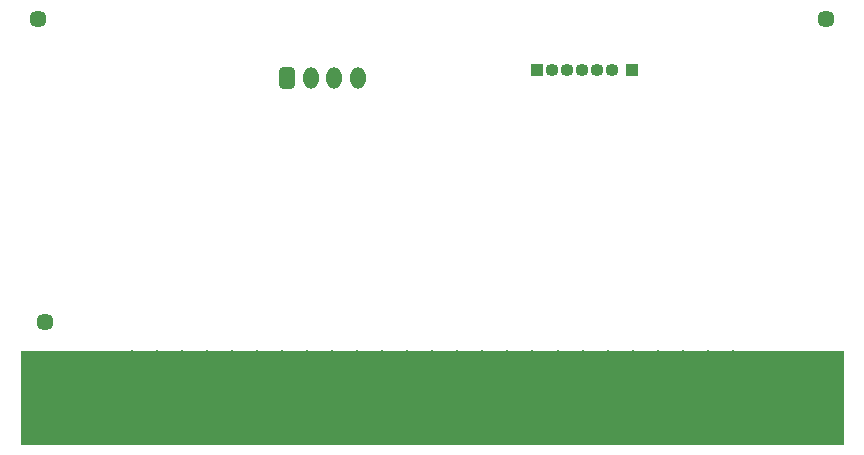
<source format=gbr>
%TF.GenerationSoftware,KiCad,Pcbnew,(6.99.0-5157-g987eb4b46a-dirty)*%
%TF.CreationDate,2022-12-28T16:32:46-05:00*%
%TF.ProjectId,controller,636f6e74-726f-46c6-9c65-722e6b696361,rev?*%
%TF.SameCoordinates,PX3cfccb0PYa197300*%
%TF.FileFunction,Soldermask,Bot*%
%TF.FilePolarity,Negative*%
%FSLAX46Y46*%
G04 Gerber Fmt 4.6, Leading zero omitted, Abs format (unit mm)*
G04 Created by KiCad (PCBNEW (6.99.0-5157-g987eb4b46a-dirty)) date 2022-12-28 16:32:46*
%MOMM*%
%LPD*%
G01*
G04 APERTURE LIST*
G04 Aperture macros list*
%AMRoundRect*
0 Rectangle with rounded corners*
0 $1 Rounding radius*
0 $2 $3 $4 $5 $6 $7 $8 $9 X,Y pos of 4 corners*
0 Add a 4 corners polygon primitive as box body*
4,1,4,$2,$3,$4,$5,$6,$7,$8,$9,$2,$3,0*
0 Add four circle primitives for the rounded corners*
1,1,$1+$1,$2,$3*
1,1,$1+$1,$4,$5*
1,1,$1+$1,$6,$7*
1,1,$1+$1,$8,$9*
0 Add four rect primitives between the rounded corners*
20,1,$1+$1,$2,$3,$4,$5,0*
20,1,$1+$1,$4,$5,$6,$7,0*
20,1,$1+$1,$6,$7,$8,$9,0*
20,1,$1+$1,$8,$9,$2,$3,0*%
G04 Aperture macros list end*
%ADD10C,0.100000*%
%ADD11RoundRect,0.050000X0.500000X-0.500000X0.500000X0.500000X-0.500000X0.500000X-0.500000X-0.500000X0*%
%ADD12O,1.100000X1.100000*%
%ADD13O,1.300000X1.850000*%
%ADD14RoundRect,0.300000X-0.350000X-0.625000X0.350000X-0.625000X0.350000X0.625000X-0.350000X0.625000X0*%
%ADD15C,1.448000*%
%ADD16O,1.320000X6.760000*%
%ADD17C,4.400000*%
G04 APERTURE END LIST*
%TO.C,J1*%
G36*
X69640000Y50000D02*
G01*
X50000Y50000D01*
X50000Y7892000D01*
X69640000Y7892000D01*
X69640000Y50000D01*
G37*
D10*
X69640000Y50000D02*
X50000Y50000D01*
X50000Y7892000D01*
X69640000Y7892000D01*
X69640000Y50000D01*
%TD*%
D11*
%TO.C,J4*%
X51801660Y31703420D03*
%TD*%
D12*
%TO.C,J6*%
X50078219Y31703419D03*
X48808219Y31703419D03*
X47538219Y31703419D03*
X46268219Y31703419D03*
X44998219Y31703419D03*
D11*
X43728220Y31703420D03*
%TD*%
D13*
%TO.C,J3*%
X28567479Y31004919D03*
X26567479Y31004919D03*
X24567479Y31004919D03*
D14*
X22567480Y31004920D03*
%TD*%
D15*
%TO.C,H3*%
X2054440Y10326780D03*
%TD*%
%TO.C,H2*%
X68183340Y35990940D03*
%TD*%
%TO.C,H1*%
X1488020Y36018880D03*
%TD*%
D16*
%TO.C,J1*%
X60299999Y4589999D03*
X58179999Y4589999D03*
X56059999Y4589999D03*
X53939999Y4589999D03*
X51819999Y4589999D03*
X49699999Y4589999D03*
X47579999Y4589999D03*
X45459999Y4589999D03*
X43339999Y4589999D03*
X41219999Y4589999D03*
X39099999Y4589999D03*
X36979999Y4589999D03*
X34859999Y4589999D03*
X32739999Y4589999D03*
X30619999Y4589999D03*
X28499999Y4589999D03*
X26379999Y4589999D03*
X24259999Y4589999D03*
X22139999Y4589999D03*
X20019999Y4589999D03*
X17899999Y4589999D03*
X15779999Y4589999D03*
X13659999Y4589999D03*
X11539999Y4589999D03*
X9419999Y4589999D03*
D17*
X64410000Y5060000D03*
X5410000Y5060000D03*
%TD*%
M02*

</source>
